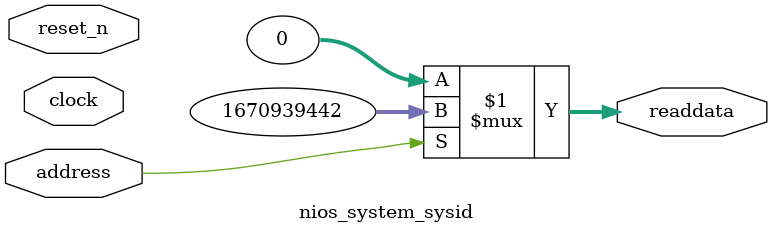
<source format=v>

`timescale 1ns / 1ps
// synthesis translate_on

// turn off superfluous verilog processor warnings 
// altera message_level Level1 
// altera message_off 10034 10035 10036 10037 10230 10240 10030 

module nios_system_sysid (
               // inputs:
                address,
                clock,
                reset_n,

               // outputs:
                readdata
             )
;

  output  [ 31: 0] readdata;
  input            address;
  input            clock;
  input            reset_n;

  wire    [ 31: 0] readdata;
  //control_slave, which is an e_avalon_slave
  assign readdata = address ? 1670939442 : 0;

endmodule




</source>
